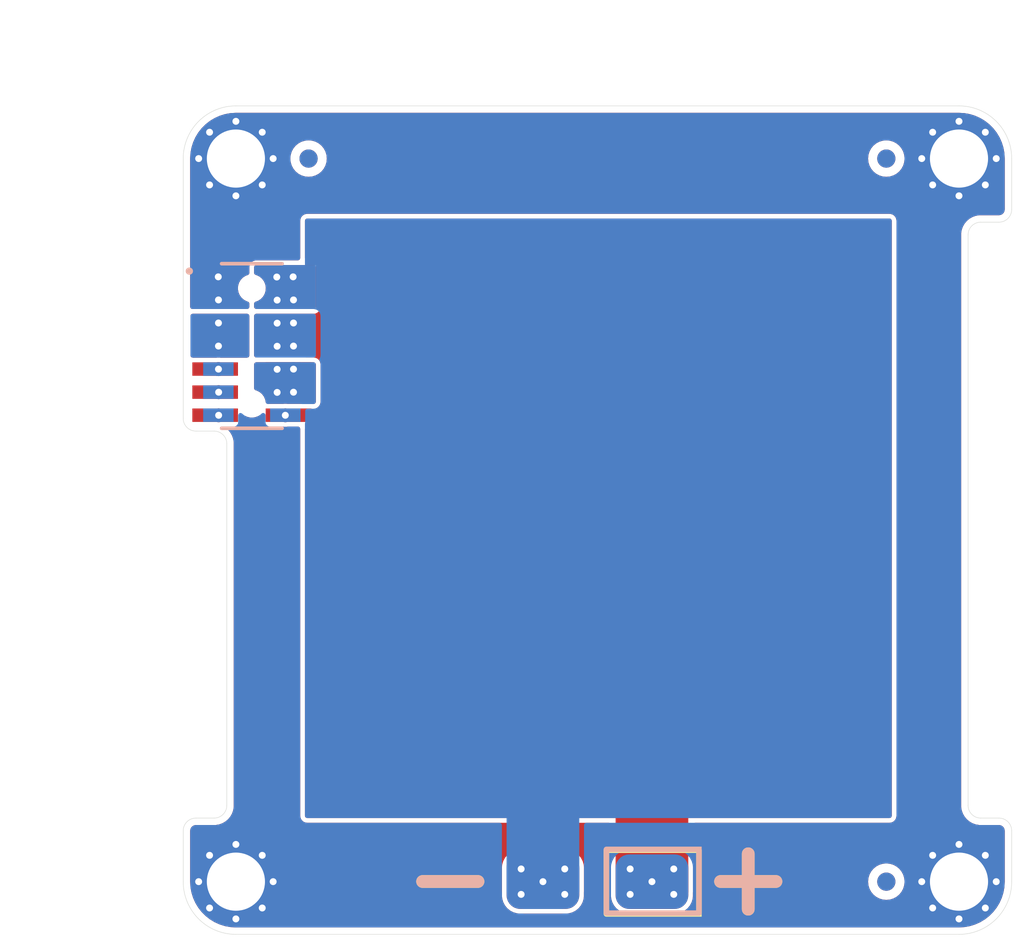
<source format=kicad_pcb>
(kicad_pcb (version 20221018) (generator pcbnew)
  (layers (0 "F.Cu" signal) (31 "B.Cu" signal) (34 "B.Paste" user) (35 "F.Paste" user) (36 "B.SilkS" user "B.Silkscreen") (37 "F.SilkS" user "F.Silkscreen") (38 "B.Mask" user) (39 "F.Mask" user) (44 "Edge.Cuts" user))
  (net 0 "")
  (net 1 "BATT_P_SW")
  (net 2 "BATT_N_SW")
  (net 3 "GND")
  (net 4 "+3V3")
  (net 5 "BATT_P")
  (net 6 "SDA1")
  (net 7 "SCL1")
  (net 8 "COIL5_P")
  (net 9 "COIL5_N")
  (footprint "mainboard:MountingHole" (layer "F.Cu") (at 123.1 85.4 -90)
    (fp_text reference "H2" hide)
    (fp_text value "MountingHole_Pad")
    (pad "1" thru_hole circle (at -2.05 0 270) (size 0.762 0.762) (drill 0.381) (layers "*.Cu" "*.Mask") (net 3 "GND"))
    (pad "1" thru_hole circle (at -1.4495 -1.4495 270) (size 0.762 0.762) (drill 0.381) (layers "*.Cu" "*.Mask") (net 3 "GND"))
    (pad "1" thru_hole circle (at -1.4495 1.4495 270) (size 0.762 0.762) (drill 0.381) (layers "*.Cu" "*.Mask") (net 3 "GND"))
    (pad "1" thru_hole circle (at 0 -2.05 270) (size 0.762 0.762) (drill 0.381) (layers "*.Cu" "*.Mask") (net 3 "GND"))
    (pad "1" thru_hole circle (at 0 0 270) (size 5 5) (drill 3.2) (layers "*.Cu" "*.Mask") (net 3 "GND"))
    (pad "1" thru_hole circle (at 0 2.05 270) (size 0.762 0.762) (drill 0.381) (layers "*.Cu" "*.Mask") (net 3 "GND"))
    (pad "1" thru_hole circle (at 1.4495 -1.4495 270) (size 0.762 0.762) (drill 0.381) (layers "*.Cu" "*.Mask") (net 3 "GND"))
    (pad "1" thru_hole circle (at 1.4495 1.4495 270) (size 0.762 0.762) (drill 0.381) (layers "*.Cu" "*.Mask") (net 3 "GND"))
    (pad "1" thru_hole circle (at 2.05 0 270) (size 0.762 0.762) (drill 0.381) (layers "*.Cu" "*.Mask") (net 3 "GND"))
  )
  (footprint "mainboard:MountingHole" (layer "F.Cu") (at 83.3 85.4 -90)
    (fp_text reference "H3" hide)
    (fp_text value "MountingHole_Pad")
    (pad "1" thru_hole circle (at -2.05 0 270) (size 0.762 0.762) (drill 0.381) (layers "*.Cu" "*.Mask") (net 3 "GND"))
    (pad "1" thru_hole circle (at -1.4495 -1.4495 270) (size 0.762 0.762) (drill 0.381) (layers "*.Cu" "*.Mask") (net 3 "GND"))
    (pad "1" thru_hole circle (at -1.4495 1.4495 270) (size 0.762 0.762) (drill 0.381) (layers "*.Cu" "*.Mask") (net 3 "GND"))
    (pad "1" thru_hole circle (at 0 -2.05 270) (size 0.762 0.762) (drill 0.381) (layers "*.Cu" "*.Mask") (net 3 "GND"))
    (pad "1" thru_hole circle (at 0 0 270) (size 5 5) (drill 3.2) (layers "*.Cu" "*.Mask") (net 3 "GND"))
    (pad "1" thru_hole circle (at 0 2.05 270) (size 0.762 0.762) (drill 0.381) (layers "*.Cu" "*.Mask") (net 3 "GND"))
    (pad "1" thru_hole circle (at 1.4495 -1.4495 270) (size 0.762 0.762) (drill 0.381) (layers "*.Cu" "*.Mask") (net 3 "GND"))
    (pad "1" thru_hole circle (at 1.4495 1.4495 270) (size 0.762 0.762) (drill 0.381) (layers "*.Cu" "*.Mask") (net 3 "GND"))
    (pad "1" thru_hole circle (at 2.05 0 270) (size 0.762 0.762) (drill 0.381) (layers "*.Cu" "*.Mask") (net 3 "GND"))
  )
  (footprint "batteryboard:Battery Pads" (layer "F.Cu") (at 103.2 85.4 180)
    (fp_text reference "J3" hide)
    (fp_text value "Battery Pads")
    (fp_rect (start -5.588 -1.778) (end -0.492 1.73) (stroke (width 0.3)) (fill none) (layer "F.SilkS"))
    (pad "1" smd roundrect (at -3 0 180) (size 4 3) (layers "F.Cu" "F.Paste" "F.Mask") (net 1 "BATT_P_SW"))
    (pad "2" smd roundrect (at 3 0 180) (size 4 3) (layers "F.Cu" "F.Paste" "F.Mask") (net 2 "BATT_N_SW"))
  )
  (footprint "batteryboard:SAMTEC-FTS-107-01-X-DV-A" (layer "F.Cu") (at 84.177987 55.915124 -90)
    (fp_text reference "J2" hide)
    (fp_text value "FTS-107-01-X-DV-A")
    (pad "" np_thru_hole circle (at -3.175 0 270) (size 1.02 1.02) (drill 1.02) (layers "*.Cu" "*.Mask"))
    (pad "" np_thru_hole circle (at 3.175 0 270) (size 1.02 1.02) (drill 1.02) (layers "*.Cu" "*.Mask"))
    (pad "1" smd rect (at -3.81 2.0203 270) (size 0.74 2.5126) (layers "F.Cu" "F.Paste") (net 3 "GND"))
    (pad "2" smd rect (at -3.81 -2.0193 270) (size 0.74 2.5146) (layers "F.Cu" "F.Paste") (net 2 "BATT_N_SW"))
    (pad "3" smd rect (at -2.54 2.0203 270) (size 0.74 2.5126) (layers "F.Cu" "F.Paste") (net 3 "GND"))
    (pad "4" smd rect (at -2.54 -2.0193 270) (size 0.74 2.5146) (layers "F.Cu" "F.Paste") (net 2 "BATT_N_SW"))
    (pad "5" smd rect (at -1.27 2.0203 270) (size 0.74 2.5126) (layers "F.Cu" "F.Paste") (net 4 "+3V3"))
    (pad "6" smd rect (at -1.27 -2.0193 270) (size 0.74 2.5146) (layers "F.Cu" "F.Paste") (net 1 "BATT_P_SW"))
    (pad "7" smd rect (at 0 2.0193 270) (size 0.74 2.5146) (layers "F.Cu" "F.Paste") (net 4 "+3V3"))
    (pad "8" smd rect (at 0 -2.0193 270) (size 0.74 2.5146) (layers "F.Cu" "F.Paste") (net 1 "BATT_P_SW"))
    (pad "9" smd rect (at 1.27 2.0203 270) (size 0.74 2.5126) (layers "F.Cu" "F.Paste") (net 7 "SCL1"))
    (pad "10" smd rect (at 1.27 -2.0193 270) (size 0.74 2.5146) (layers "F.Cu" "F.Paste") (net 5 "BATT_P"))
    (pad "11" smd rect (at 2.54 2.0203 270) (size 0.74 2.5126) (layers "F.Cu" "F.Paste") (net 6 "SDA1"))
    (pad "12" smd rect (at 2.54 -2.0193 270) (size 0.74 2.5146) (layers "F.Cu" "F.Paste") (net 5 "BATT_P"))
    (pad "13" smd rect (at 3.81 2.0203 270) (size 0.74 2.5126) (layers "F.Cu" "F.Paste") (net 8 "COIL5_P"))
    (pad "14" smd rect (at 3.81 -2.0193 270) (size 0.74 2.5146) (layers "F.Cu" "F.Paste") (net 9 "COIL5_N"))
  )
  (footprint "Fiducial:Fiducial_1mm_Mask2mm" (layer "F.Cu") (at 119.1 85.4)
    (fp_text reference "REF**" hide)
    (fp_text value "Fiducial_1mm_Mask2mm")
    (pad "" smd circle (at 0 0) (size 1 1) (layers "F.Cu" "F.Mask") (clearance 0.5))
  )
  (footprint "custom-footprints:pycubed_mini_half" (layer "F.Cu") (at 103.9 45)
    (fp_text reference "Ref**" hide)
    (fp_text value "Val**" hide)
  )
  (footprint "mainboard:MountingHole" (layer "F.Cu") (at 83.3 45.6 -90)
    (fp_text reference "H4" hide)
    (fp_text value "MountingHole_Pad")
    (pad "1" thru_hole circle (at -2.05 0 270) (size 0.762 0.762) (drill 0.381) (layers "*.Cu" "*.Mask") (net 3 "GND"))
    (pad "1" thru_hole circle (at -1.4495 -1.4495 270) (size 0.762 0.762) (drill 0.381) (layers "*.Cu" "*.Mask") (net 3 "GND"))
    (pad "1" thru_hole circle (at -1.4495 1.4495 270) (size 0.762 0.762) (drill 0.381) (layers "*.Cu" "*.Mask") (net 3 "GND"))
    (pad "1" thru_hole circle (at 0 -2.05 270) (size 0.762 0.762) (drill 0.381) (layers "*.Cu" "*.Mask") (net 3 "GND"))
    (pad "1" thru_hole circle (at 0 0 270) (size 5 5) (drill 3.2) (layers "*.Cu" "*.Mask") (net 3 "GND"))
    (pad "1" thru_hole circle (at 0 2.05 270) (size 0.762 0.762) (drill 0.381) (layers "*.Cu" "*.Mask") (net 3 "GND"))
    (pad "1" thru_hole circle (at 1.4495 -1.4495 270) (size 0.762 0.762) (drill 0.381) (layers "*.Cu" "*.Mask") (net 3 "GND"))
    (pad "1" thru_hole circle (at 1.4495 1.4495 270) (size 0.762 0.762) (drill 0.381) (layers "*.Cu" "*.Mask") (net 3 "GND"))
    (pad "1" thru_hole circle (at 2.05 0 270) (size 0.762 0.762) (drill 0.381) (layers "*.Cu" "*.Mask") (net 3 "GND"))
  )
  (footprint "mainboard:MountingHole" (layer "F.Cu") (at 123.1 45.6 -90)
    (fp_text reference "H1" hide)
    (fp_text value "MountingHole_Pad")
    (pad "1" thru_hole circle (at -2.05 0 270) (size 0.762 0.762) (drill 0.381) (layers "*.Cu" "*.Mask") (net 3 "GND"))
    (pad "1" thru_hole circle (at -1.4495 -1.4495 270) (size 0.762 0.762) (drill 0.381) (layers "*.Cu" "*.Mask") (net 3 "GND"))
    (pad "1" thru_hole circle (at -1.4495 1.4495 270) (size 0.762 0.762) (drill 0.381) (layers "*.Cu" "*.Mask") (net 3 "GND"))
    (pad "1" thru_hole circle (at 0 -2.05 270) (size 0.762 0.762) (drill 0.381) (layers "*.Cu" "*.Mask") (net 3 "GND"))
    (pad "1" thru_hole circle (at 0 0 270) (size 5 5) (drill 3.2) (layers "*.Cu" "*.Mask") (net 3 "GND"))
    (pad "1" thru_hole circle (at 0 2.05 270) (size 0.762 0.762) (drill 0.381) (layers "*.Cu" "*.Mask") (net 3 "GND"))
    (pad "1" thru_hole circle (at 1.4495 -1.4495 270) (size 0.762 0.762) (drill 0.381) (layers "*.Cu" "*.Mask") (net 3 "GND"))
    (pad "1" thru_hole circle (at 1.4495 1.4495 270) (size 0.762 0.762) (drill 0.381) (layers "*.Cu" "*.Mask") (net 3 "GND"))
    (pad "1" thru_hole circle (at 2.05 0 270) (size 0.762 0.762) (drill 0.381) (layers "*.Cu" "*.Mask") (net 3 "GND"))
  )
  (footprint "Fiducial:Fiducial_1mm_Mask2mm" (layer "F.Cu") (at 119.1 45.6)
    (fp_text reference "REF**" hide)
    (fp_text value "Fiducial_1mm_Mask2mm")
    (pad "" smd circle (at 0 0) (size 1 1) (layers "F.Cu" "F.Mask") (clearance 0.5))
  )
  (footprint "Fiducial:Fiducial_1mm_Mask2mm" (layer "F.Cu") (at 87.3 45.6)
    (fp_text reference "REF**" hide)
    (fp_text value "Fiducial_1mm_Mask2mm")
    (pad "" smd circle (at 0 0) (size 1 1) (layers "F.Cu" "F.Mask") (clearance 0.5))
  )
  (footprint "batteryboard:Battery Pads" (layer "B.Cu") (at 103.2 85.4 180)
    (fp_text reference "J4" hide)
    (fp_text value "Battery Pads")
    (fp_rect (start -5.588 1.778) (end -0.492 -1.73) (stroke (width 0.3)) (fill none) (layer "B.SilkS"))
    (pad "1" smd roundrect (at -3 0 180) (size 4 3) (layers "B.Cu" "B.Paste" "B.Mask") (net 1 "BATT_P_SW"))
    (pad "2" smd roundrect (at 3 0 180) (size 4 3) (layers "B.Cu" "B.Paste" "B.Mask") (net 2 "BATT_N_SW"))
  )
  (footprint "Fiducial:Fiducial_1mm_Mask2mm" (layer "B.Cu") (at 87.3 45.6 180)
    (fp_text reference "REF**" hide)
    (fp_text value "Fiducial_1mm_Mask2mm")
    (pad "" smd circle (at 0 0 180) (size 1 1) (layers "B.Cu" "B.Mask") (clearance 0.5))
  )
  (footprint "batteryboard:SAMTEC_FLE-107-01-X-DV-A" (layer "B.Cu") (at 84.177987 55.915124 -90)
    (fp_text reference "J1" hide)
    (fp_text value "FLE-107-01-X-DV-A")
    (fp_line (start -4.53 -1.665) (end -4.53 1.665) (stroke (width 0.2)) (layer "B.SilkS"))
    (fp_line (start 4.53 -1.665) (end 4.53 1.665) (stroke (width 0.2)) (layer "B.SilkS"))
    (fp_circle (center -4.12 3.44) (end -4.02 3.44) (stroke (width 0.2)) (fill none) (layer "B.SilkS"))
    (pad "" np_thru_hole circle (at -3.175 0 270) (size 0.76 0.76) (drill 0.76) (layers "*.Cu" "*.Mask"))
    (pad "" np_thru_hole circle (at 3.175 0 270) (size 0.76 0.76) (drill 0.76) (layers "*.Cu" "*.Mask"))
    (pad "1" smd rect (at -3.81 1.8425 270) (size 0.74 1.675) (layers "B.Cu" "B.Paste" "B.Mask") (net 3 "GND"))
    (pad "2" smd rect (at -3.81 -1.8425 270) (size 0.74 1.675) (layers "B.Cu" "B.Paste" "B.Mask") (net 2 "BATT_N_SW"))
    (pad "3" smd rect (at -2.54 1.8425 270) (size 0.74 1.675) (layers "B.Cu" "B.Paste" "B.Mask") (net 3 "GND"))
    (pad "4" smd rect (at -2.54 -1.8425 270) (size 0.74 1.675) (layers "B.Cu" "B.Paste" "B.Mask") (net 2 "BATT_N_SW"))
    (pad "5" smd rect (at -1.27 1.8425 270) (size 0.74 1.675) (layers "B.Cu" "B.Paste" "B.Mask") (net 4 "+3V3"))
    (pad "6" smd rect (at -1.27 -1.8425 270) (size 0.74 1.675) (layers "B.Cu" "B.Paste" "B.Mask") (net 1 "BATT_P_SW"))
    (pad "7" smd rect (at 0 1.8425 270) (size 0.74 1.675) (layers "B.Cu" "B.Paste" "B.Mask") (net 4 "+3V3"))
    (pad "8" smd rect (at 0 -1.8425 270) (size 0.74 1.675) (layers "B.Cu" "B.Paste" "B.Mask") (net 1 "BATT_P_SW"))
    (pad "9" smd rect (at 1.27 1.8425 270) (size 0.74 1.675) (layers "B.Cu" "B.Paste" "B.Mask") (net 7 "SCL1"))
    (pad "10" smd rect (at 1.27 -1.8425 270) (size 0.74 1.675) (layers "B.Cu" "B.Paste" "B.Mask") (net 5 "BATT_P"))
    (pad "11" smd rect (at 2.54 1.8425 270) (size 0.74 1.675) (layers "B.Cu" "B.Paste" "B.Mask") (net 6 "SDA1"))
    (pad "12" smd rect (at 2.54 -1.8425 270) (size 0.74 1.675) (layers "B.Cu" "B.Paste" "B.Mask") (net 5 "BATT_P"))
    (pad "13" smd rect (at 3.81 1.8425 270) (size 0.74 1.675) (layers "B.Cu" "B.Paste" "B.Mask") (net 8 "COIL5_P"))
    (pad "14" smd rect (at 3.81 -1.8425 270) (size 0.74 1.675) (layers "B.Cu" "B.Paste" "B.Mask") (net 9 "COIL5_N"))
  )
  (footprint "Fiducial:Fiducial_1mm_Mask2mm" (layer "B.Cu") (at 119.1 85.4 180)
    (fp_text reference "REF**" hide)
    (fp_text value "Fiducial_1mm_Mask2mm")
    (pad "" smd circle (at 0 0 180) (size 1 1) (layers "B.Cu" "B.Mask") (clearance 0.5))
  )
  (footprint "Fiducial:Fiducial_1mm_Mask2mm" (layer "B.Cu") (at 119.1 45.6 180)
    (fp_text reference "REF**" hide)
    (fp_text value "Fiducial_1mm_Mask2mm")
    (pad "" smd circle (at 0 0 180) (size 1 1) (layers "B.Cu" "B.Mask") (clearance 0.5))
  )
  (gr_arc (start 82.1 60.6) (mid 82.594975 60.805025) (end 82.8 61.3) (stroke (width 0.0254)) (layer "Edge.Cuts"))
  (gr_arc (start 125.3 81.9) (mid 125.794975 82.105025) (end 126 82.6) (stroke (width 0.0254)) (layer "Edge.Cuts"))
  (gr_line (start 82.1 60.6) (end 81.1 60.6) (stroke (width 0.0254)) (layer "Edge.Cuts"))
  (gr_line (start 80.4 82.6) (end 80.4 85.400003) (stroke (width 0.0254)) (layer "Edge.Cuts"))
  (gr_line (start 123.6 81.2) (end 123.6 49.8) (stroke (width 0.0254)) (layer "Edge.Cuts"))
  (gr_line (start 125.3 81.9) (end 124.3 81.9) (stroke (width 0.0254)) (layer "Edge.Cuts"))
  (gr_arc (start 126 85.400006) (mid 125.150608 87.450612) (end 123.1 88.3) (stroke (width 0.0254)) (layer "Edge.Cuts"))
  (gr_line (start 123.1 42.7) (end 83.3 42.7) (stroke (width 0.0254)) (layer "Edge.Cuts"))
  (gr_arc (start 123.1 42.7) (mid 125.150612 43.549392) (end 126 45.600006) (stroke (width 0.0254)) (layer "Edge.Cuts"))
  (gr_line (start 80.4 59.9) (end 80.4 45.6) (stroke (width 0.0254)) (layer "Edge.Cuts"))
  (gr_line (start 82.8 81.2) (end 82.8 61.3) (stroke (width 0.0254)) (layer "Edge.Cuts"))
  (gr_arc (start 126 48.4) (mid 125.794975 48.894975) (end 125.3 49.1) (stroke (width 0.0254)) (layer "Edge.Cuts"))
  (gr_arc (start 80.4 82.6) (mid 80.605025 82.105025) (end 81.1 81.9) (stroke (width 0.0254)) (layer "Edge.Cuts"))
  (gr_line (start 124.3 49.1) (end 125.3 49.1) (stroke (width 0.0254)) (layer "Edge.Cuts"))
  (gr_arc (start 83.3 88.3) (mid 81.249391 87.450611) (end 80.4 85.400003) (stroke (width 0.0254)) (layer "Edge.Cuts"))
  (gr_arc (start 123.6 49.8) (mid 123.805025 49.305025) (end 124.3 49.1) (stroke (width 0.0254)) (layer "Edge.Cuts"))
  (gr_line (start 81.1 81.9) (end 82.1 81.9) (stroke (width 0.0254)) (layer "Edge.Cuts"))
  (gr_line (start 126 48.4) (end 126 45.600006) (stroke (width 0.0254)) (layer "Edge.Cuts"))
  (gr_arc (start 124.3 81.9) (mid 123.805025 81.694975) (end 123.6 81.2) (stroke (width 0.0254)) (layer "Edge.Cuts"))
  (gr_arc (start 82.8 81.2) (mid 82.594975 81.694975) (end 82.1 81.9) (stroke (width 0.0254)) (layer "Edge.Cuts"))
  (gr_line (start 126 85.400006) (end 126 82.6) (stroke (width 0.0254)) (layer "Edge.Cuts"))
  (gr_arc (start 80.4 45.6) (mid 81.24939 43.54939) (end 83.3 42.7) (stroke (width 0.0254)) (layer "Edge.Cuts"))
  (gr_arc (start 81.1 60.6) (mid 80.605025 60.394975) (end 80.4 59.9) (stroke (width 0.0254)) (layer "Edge.Cuts"))
  (gr_line (start 123.1 88.3) (end 83.3 88.3) (stroke (width 0.0254)) (layer "Edge.Cuts"))
  (gr_text "+" (at 111.5 85.1) (layer "B.SilkS") (effects (font (size 4 4) (thickness 0.7)) (justify mirror)))
  (gr_text "-" (at 95.1 85.1) (layer "B.SilkS") (effects (font (size 4 4) (thickness 0.7)) (justify mirror)))
  (gr_text "+" (at 111.5 85.1) (layer "F.SilkS") (effects (font (size 4 4) (thickness 0.7)) (justify mirror)))
  (gr_text "-" (at 95.1 85.1) (layer "F.SilkS") (effects (font (size 4 4) (thickness 0.7)) (justify mirror)))
  (via (at 86.47 55.92) (size 0.762) (drill 0.381) (layers "F.Cu" "B.Cu") (net 1))
  (via (at 107.4 86.1) (size 0.762) (drill 0.381) (layers "F.Cu" "B.Cu") (net 1))
  (via (at 105 84.7) (size 0.762) (drill 0.381) (layers "F.Cu" "B.Cu") (net 1))
  (via (at 85.57 54.66) (size 0.762) (drill 0.381) (layers "F.Cu" "B.Cu") (net 1))
  (via (at 105 86.1) (size 0.762) (drill 0.381) (layers "F.Cu" "B.Cu") (net 1))
  (via (at 107.4 84.7) (size 0.762) (drill 0.381) (layers "F.Cu" "B.Cu") (net 1))
  (via (at 85.57 55.93) (size 0.762) (drill 0.381) (layers "F.Cu" "B.Cu") (net 1))
  (via (at 106.2 85.4) (size 0.762) (drill 0.381) (layers "F.Cu" "B.Cu") (net 1))
  (via (at 86.47 54.65) (size 0.762) (drill 0.381) (layers "F.Cu" "B.Cu") (net 1))
  (via (at 101.4 86.1) (size 0.762) (drill 0.381) (layers "F.Cu" "B.Cu") (net 2))
  (via (at 99 84.7) (size 0.762) (drill 0.381) (layers "F.Cu" "B.Cu") (net 2))
  (via (at 101.4 84.7) (size 0.762) (drill 0.381) (layers "F.Cu" "B.Cu") (net 2))
  (via (at 85.55 52.12) (size 0.762) (drill 0.381) (layers "F.Cu" "B.Cu") (net 2))
  (via (at 85.57 53.39) (size 0.762) (drill 0.381) (layers "F.Cu" "B.Cu") (net 2))
  (via (at 86.47 53.38) (size 0.762) (drill 0.381) (layers "F.Cu" "B.Cu") (net 2))
  (via (at 86.45 52.11) (size 0.762) (drill 0.381) (layers "F.Cu" "B.Cu") (net 2))
  (via (at 100.2 85.4) (size 0.762) (drill 0.381) (layers "F.Cu" "B.Cu") (net 2))
  (via (at 99 86.1) (size 0.762) (drill 0.381) (layers "F.Cu" "B.Cu") (net 2))
  (via (at 82.34 53.38) (size 0.762) (drill 0.381) (layers "F.Cu" "B.Cu") (net 3))
  (via (at 82.33 52.11) (size 0.762) (drill 0.381) (layers "F.Cu" "B.Cu") (net 3))
  (via (at 82.34 55.92) (size 0.762) (drill 0.381) (layers "F.Cu" "B.Cu") (net 4))
  (via (at 82.34 54.65) (size 0.762) (drill 0.381) (layers "F.Cu" "B.Cu") (net 4))
  (via (at 85.57 58.47) (size 0.762) (drill 0.381) (layers "F.Cu" "B.Cu") (net 5))
  (via (at 85.57 57.2) (size 0.762) (drill 0.381) (layers "F.Cu" "B.Cu") (net 5))
  (via (at 86.47 57.19) (size 0.762) (drill 0.381) (layers "F.Cu" "B.Cu") (net 5))
  (via (at 86.47 58.46) (size 0.762) (drill 0.381) (layers "F.Cu" "B.Cu") (net 5))
  (via (at 82.35 58.46) (size 0.762) (drill 0.381) (layers "F.Cu" "B.Cu") (net 6))
  (via (at 82.34 57.19) (size 0.762) (drill 0.381) (layers "F.Cu" "B.Cu") (net 7))
  (via (at 82.35 59.73) (size 0.762) (drill 0.381) (layers "F.Cu" "B.Cu") (net 8))
  (via (at 86.02 59.73) (size 0.762) (drill 0.381) (layers "F.Cu" "B.Cu") (net 9))
  (zone (net 1) (net_name "BATT_P_SW") (layer "F.Cu") (priority 1) (connect_pads yes (clearance 0)) (min_thickness 0.254) (fill yes (thermal_gap 0.508) (thermal_bridge_width 0.508))
    (polygon (pts (xy 119.4 81.9) (xy 108.2 81.9) (xy 108.2 86) (xy 107.4 86.9) (xy 105 86.9) (xy 104.2 86) (xy 104.2 81.9) (xy 87.1 81.9) (xy 87.1 48.9) (xy 119.4 48.9)))
  )
  (zone (net 1) (net_name "BATT_P_SW") (layer "F.Cu") (priority 2) (connect_pads yes (clearance 0)) (min_thickness 0.254) (fill yes (thermal_gap 0.508) (thermal_bridge_width 0.508))
    (polygon (pts (xy 87.7 56.55) (xy 84.3 56.55) (xy 84.3 54.14) (xy 87.7 54.14)))
  )
  (zone (net 4) (net_name "+3V3") (layer "F.Cu") (priority 2) (connect_pads yes (clearance 0)) (min_thickness 0.254) (fill yes (thermal_gap 0.508) (thermal_bridge_width 0.508))
    (polygon (pts (xy 84.04 56.56) (xy 80.8 56.56) (xy 80.8 54.14) (xy 84.04 54.14)))
  )
  (zone (net 2) (net_name "BATT_N_SW") (layer "F.Cu") (priority 2) (connect_pads yes (clearance 0)) (min_thickness 0.254) (fill yes (thermal_gap 0.508) (thermal_bridge_width 0.508))
    (polygon (pts (xy 87.7 53.88) (xy 84.3 53.88) (xy 84.3 51.46) (xy 87.7 51.46)))
  )
  (zone (net 5) (net_name "BATT_P") (layers "F&B.Cu") (priority 2) (connect_pads yes (clearance 0)) (min_thickness 0.254) (fill yes (thermal_gap 0.508) (thermal_bridge_width 0.508))
    (polygon (pts (xy 87.7 59.11) (xy 84.3 59.11) (xy 84.3 56.81) (xy 87.7 56.81)))
  )
  (zone (net 3) (net_name "GND") (layers "F&B.Cu") (connect_pads yes (clearance 0)) (min_thickness 0.254) (fill yes (thermal_gap 0.508) (thermal_bridge_width 0.508))
    (polygon (pts (xy 126.7 89) (xy 79.7 89) (xy 79.7 42) (xy 126.7 42)))
  )
  (zone (net 4) (net_name "+3V3") (layer "B.Cu") (priority 1) (connect_pads yes (clearance 0)) (min_thickness 0.254) (fill yes (thermal_gap 0.508) (thermal_bridge_width 0.508))
    (polygon (pts (xy 84.04 56.56) (xy 80.8 56.56) (xy 80.8 54.14) (xy 84.04 54.14)))
  )
  (zone (net 2) (net_name "BATT_N_SW") (layer "B.Cu") (priority 1) (connect_pads yes (clearance 0)) (min_thickness 0.254) (fill yes (thermal_gap 0.508) (thermal_bridge_width 0.508))
    (polygon (pts (xy 87.1 81.9) (xy 98.2 81.9) (xy 98.2 86) (xy 99.1 86.9) (xy 101.3 86.9) (xy 102.2 86) (xy 102.2 81.9) (xy 119.4 81.9) (xy 119.4 48.9) (xy 87.1 48.9)))
  )
  (zone (net 1) (net_name "BATT_P_SW") (layer "B.Cu") (priority 2) (connect_pads yes (clearance 0)) (min_thickness 0.254) (fill yes (thermal_gap 0.508) (thermal_bridge_width 0.508))
    (polygon (pts (xy 87.7 56.55) (xy 84.3 56.55) (xy 84.3 54.14) (xy 87.7 54.14)))
  )
  (zone (net 2) (net_name "BATT_N_SW") (layer "B.Cu") (priority 2) (connect_pads yes (clearance 0)) (min_thickness 0.254) (fill yes (thermal_gap 0.508) (thermal_bridge_width 0.508))
    (polygon (pts (xy 87.7 53.88) (xy 84.3 53.88) (xy 84.3 51.46) (xy 87.7 51.46)))
  )
)
</source>
